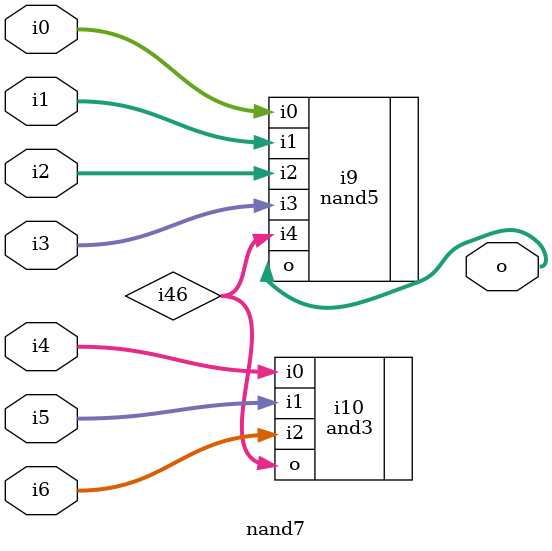
<source format=v>

module nand7 (o, i0, i1, i2, i3, i4, i5, i6 );
// generated by Concept HDL Direct Version 1.7 08-Aug-94
// on Wed Sep  7 10:38:05 1994
// from /usr3/xiltest/concept/lib/xm3000/nand7/logic

  parameter size = 0;

  output [size-1:0] o;
  input [size-1:0] i0;
  input [size-1:0] i1;
  input [size-1:0] i2;
  input [size-1:0] i3;
  input [size-1:0] i4;
  input [size-1:0] i5;
  input [size-1:0] i6;

  wire [size-1:0] i46;

// begin instances 

  nand5 i9  (.i0(i0[size-1:0]),
	.i1(i1[size-1:0]),
	.i2(i2[size-1:0]),
	.i3(i3[size-1:0]),
	.i4(i46[size-1:0]),
	.o(o[size-1:0]));
  defparam i9.size = size;

  and3 i10  (.i0(i4[size-1:0]),
	.i1(i5[size-1:0]),
	.i2(i6[size-1:0]),
	.o(i46[size-1:0]));
  defparam i10.size = size;

endmodule // nand7(logic) 

</source>
